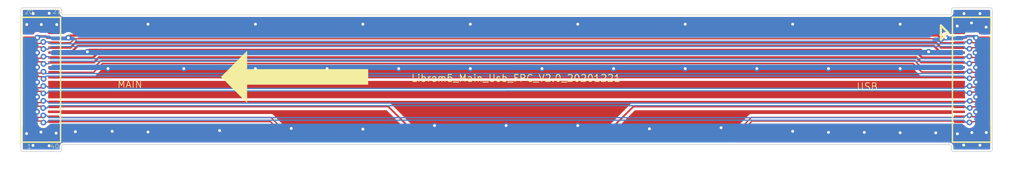
<source format=kicad_pcb>
(kicad_pcb (version 20241229) (generator "pcbnew") (generator_version "9.0")
  (title_block (title "Librem 5 USB-C FPC") (date "2024-03-21") (rev "v2.0") (company "Purism SPC") (comment 1 "GNU GPLv3+") (comment 2 "Copyright"))
  (layers (0 "F.Cu" signal "Top") (4 "In1.Cu" signal "ÄÚ²ã 2") (6 "In2.Cu" signal "[unused]") (2 "B.Cu" signal "Bottom") (13 "F.Paste" user "Paste Mask Top") (15 "B.Paste" user "Paste Mask Bottom") (5 "F.SilkS" user "Silkscreen Top") (7 "B.SilkS" user "Silkscreen Bottom") (1 "F.Mask" user "Solder Mask Top") (3 "B.Mask" user "Solder Mask Bottom") (25 "Edge.Cuts" user))
  (property "CHECKED DATE" "")
  (property "CHECKEDBY" "")
  (property "CODE" "")
  (property "DOCUMENTNUMBER" "")
  (property "DRAWN DATE" "")
  (property "DRAWNBY" "")
  (property "ORGANIZATION" "")
  (property "QC BY" "")
  (property "QC DATE" "")
  (property "RELEASE DATE" "")
  (property "RELEASED BY" "")
  (property "SCALE" "")
  (net 0 "")
  (net 1 "VSYS_3V4_4V3")
  (net 2 "VBUS_TYPEC")
  (net 3 "USB1_DP_CN")
  (net 4 "USB1_DN_CN")
  (net 5 "USB_PD_LDO3V3")
  (net 6 "SSTXP2")
  (net 7 "SSTXP1")
  (net 8 "SSTXN2")
  (net 9 "SSTXN1")
  (net 10 "SSRXP2")
  (net 11 "SSRXP1")
  (net 12 "SSRXN2")
  (net 13 "SSRXN1")
  (net 14 "SPKR_C")
  (net 15 "SPKL_C")
  (net 16 "SBU2-F")
  (net 17 "SBU1-F")
  (net 18 "MIC2_DAT_F")
  (net 19 "MIC2_CLK_F")
  (net 20 "MIC1V8_F")
  (net 21 "GND")
  (net 22 "CC2-F")
  (net 23 "CC1-F")
  (net 24 "4G_RFSW_EN")
  (net 25 "4G_MIPI_SDA")
  (net 26 "4G_MIPI_SCL")
  (footprint "145857040201829-M" (layer "F.Cu") (at 180.625095 101.6786 -90)
    (property "Reference" "USB" (at 4.10543 7.32781 0) (layer "F.SilkS") (effects (font (size 0.5 0.5) (thickness 0.05)) (justify left bottom)))
    (property "Value" "145857040201829-M" (hide yes))
    (fp_line (start -1.1 0.5) (end -1.1 -2.25) (stroke (width 0.1)) (layer "F.SilkS"))
    (fp_line (start 7.75 0.5) (end -1.1 0.5) (stroke (width 0.1)) (layer "F.SilkS"))
    (fp_line (start 7.75 0.5) (end 7.75 -2.25) (stroke (width 0.1)) (layer "F.SilkS"))
    (fp_line (start 7.75 -2.25) (end -1.1 -2.25) (stroke (width 0.1)) (layer "F.SilkS"))
    (pad "1" smd rect (at 6.65 0) (size 0.76 0.18) (layers "F.Cu" "F.Mask" "F.Paste") (net 21 "GND"))
    (pad "2" smd rect (at 6.3 0) (size 0.76 0.18) (layers "F.Cu" "F.Mask" "F.Paste") (net 18 "MIC2_DAT_F"))
    (pad "3" smd rect (at 5.95 0) (size 0.76 0.18) (layers "F.Cu" "F.Mask" "F.Paste") (net 19 "MIC2_CLK_F"))
    (pad "4" smd rect (at 5.6 0) (size 0.76 0.18) (layers "F.Cu" "F.Mask" "F.Paste") (net 21 "GND"))
    (pad "5" smd rect (at 5.25 0) (size 0.76 0.18) (layers "F.Cu" "F.Mask" "F.Paste") (net 20 "MIC1V8_F"))
    (pad "6" smd rect (at 4.9 0) (size 0.76 0.18) (layers "F.Cu" "F.Mask" "F.Paste") (net 21 "GND"))
    (pad "7" smd rect (at 4.55 0) (size 0.76 0.18) (layers "F.Cu" "F.Mask" "F.Paste") (net 14 "SPKR_C"))
    (pad "8" smd rect (at 4.2 0) (size 0.76 0.18) (layers "F.Cu" "F.Mask" "F.Paste") (net 14 "SPKR_C"))
    (pad "9" smd rect (at 3.85 0) (size 0.76 0.18) (layers "F.Cu" "F.Mask" "F.Paste") (net 15 "SPKL_C"))
    (pad "10" smd rect (at 3.5 0) (size 0.76 0.18) (layers "F.Cu" "F.Mask" "F.Paste") (net 15 "SPKL_C"))
    (pad "11" smd rect (at 3.15 0) (size 0.76 0.18) (layers "F.Cu" "F.Mask" "F.Paste") (net 21 "GND"))
    (pad "12" smd rect (at 2.8 0) (size 0.76 0.18) (layers "F.Cu" "F.Mask" "F.Paste") (net 16 "SBU2-F"))
    (pad "13" smd rect (at 2.45 0) (size 0.76 0.18) (layers "F.Cu" "F.Mask" "F.Paste") (net 17 "SBU1-F"))
    (pad "14" smd rect (at 2.1 0) (size 0.76 0.18) (layers "F.Cu" "F.Mask" "F.Paste") (net 22 "CC2-F"))
    (pad "15" smd rect (at 1.75 0) (size 0.76 0.18) (layers "F.Cu" "F.Mask" "F.Paste") (net 23 "CC1-F"))
    (pad "16" smd rect (at 1.4 0) (size 0.76 0.18) (layers "F.Cu" "F.Mask" "F.Paste") (net 5 "USB_PD_LDO3V3"))
    (pad "17" smd rect (at 1.05 0) (size 0.76 0.18) (layers "F.Cu" "F.Mask" "F.Paste") (net 1 "VSYS_3V4_4V3"))
    (pad "18" smd rect (at 0.7 0) (size 0.76 0.18) (layers "F.Cu" "F.Mask" "F.Paste") (net 24 "4G_RFSW_EN"))
    (pad "19" smd rect (at 0.35 0) (size 0.76 0.18) (layers "F.Cu" "F.Mask" "F.Paste") (net 21 "GND"))
    (pad "20" smd rect (at 0 0) (size 0.76 0.18) (layers "F.Cu" "F.Mask" "F.Paste") (net 2 "VBUS_TYPEC"))
    (pad "21" smd rect (at 0 -1.76) (size 0.76 0.18) (layers "F.Cu" "F.Mask" "F.Paste") (net 2 "VBUS_TYPEC"))
    (pad "22" smd rect (at 0.35 -1.76) (size 0.76 0.18) (layers "F.Cu" "F.Mask" "F.Paste") (net 21 "GND"))
    (pad "23" smd rect (at 0.7 -1.76) (size 0.76 0.18) (layers "F.Cu" "F.Mask" "F.Paste") (net 3 "USB1_DP_CN"))
    (pad "24" smd rect (at 1.05 -1.76) (size 0.76 0.18) (layers "F.Cu" "F.Mask" "F.Paste") (net 4 "USB1_DN_CN"))
    (pad "25" smd rect (at 1.4 -1.76) (size 0.76 0.18) (layers "F.Cu" "F.Mask" "F.Paste") (net 21 "GND"))
    (pad "26" smd rect (at 1.75 -1.76) (size 0.76 0.18) (layers "F.Cu" "F.Mask" "F.Paste") (net 25 "4G_MIPI_SDA"))
    (pad "27" smd rect (at 2.1 -1.76) (size 0.76 0.18) (layers "F.Cu" "F.Mask" "F.Paste") (net 26 "4G_MIPI_SCL"))
    (pad "28" smd rect (at 2.45 -1.76) (size 0.76 0.18) (layers "F.Cu" "F.Mask" "F.Paste") (net 21 "GND"))
    (pad "29" smd rect (at 2.8 -1.76) (size 0.76 0.18) (layers "F.Cu" "F.Mask" "F.Paste") (net 11 "SSRXP1"))
    (pad "30" smd rect (at 3.15 -1.76) (size 0.76 0.18) (layers "F.Cu" "F.Mask" "F.Paste") (net 13 "SSRXN1"))
    (pad "31" smd rect (at 3.5 -1.76) (size 0.76 0.18) (layers "F.Cu" "F.Mask" "F.Paste") (net 21 "GND"))
    (pad "32" smd rect (at 3.85 -1.76) (size 0.76 0.18) (layers "F.Cu" "F.Mask" "F.Paste") (net 7 "SSTXP1"))
    (pad "33" smd rect (at 4.2 -1.76) (size 0.76 0.18) (layers "F.Cu" "F.Mask" "F.Paste") (net 9 "SSTXN1"))
    (pad "34" smd rect (at 4.55 -1.76) (size 0.76 0.18) (layers "F.Cu" "F.Mask" "F.Paste") (net 21 "GND"))
    (pad "35" smd rect (at 4.9 -1.76) (size 0.76 0.18) (layers "F.Cu" "F.Mask" "F.Paste") (net 6 "SSTXP2"))
    (pad "36" smd rect (at 5.25 -1.76) (size 0.76 0.18) (layers "F.Cu" "F.Mask" "F.Paste") (net 8 "SSTXN2"))
    (pad "37" smd rect (at 5.6 -1.76) (size 0.76 0.18) (layers "F.Cu" "F.Mask" "F.Paste") (net 21 "GND"))
    (pad "38" smd rect (at 5.95 -1.76) (size 0.76 0.18) (layers "F.Cu" "F.Mask" "F.Paste") (net 10 "SSRXP2"))
    (pad "39" smd rect (at 6.3 -1.76) (size 0.76 0.18) (layers "F.Cu" "F.Mask" "F.Paste") (net 12 "SSRXN2"))
    (pad "40" smd rect (at 6.65 -1.76) (size 0.76 0.18) (layers "F.Cu" "F.Mask" "F.Paste") (net 21 "GND"))
    (pad "M1" smd rect (at 7.35 -1.45 270) (size 0.62 0.36) (layers "F.Cu" "F.Mask" "F.Paste") (net 21 "GND"))
    (pad "M2" smd rect (at 7.35 -0.31 270) (size 0.62 0.36) (layers "F.Cu" "F.Mask" "F.Paste") (net 21 "GND"))
    (pad "M3" smd rect (at -0.7 -1.45 270) (size 0.62 0.36) (layers "F.Cu" "F.Mask" "F.Paste") (net 2 "VBUS_TYPEC"))
    (pad "M4" smd rect (at -0.7 -0.31 270) (size 0.62 0.36) (layers "F.Cu" "F.Mask" "F.Paste") (net 2 "VBUS_TYPEC"))
  )
  (footprint "145857040201829-M" (layer "F.Cu") (at 114.625095 101.6786 -90)
    (property "Reference" "MAIN" (at 3.94381 -6.24938 0) (layer "F.SilkS") (effects (font (size 0.5 0.5) (thickness 0.05)) (justify left bottom)))
    (property "Value" "145857040201829-M" (hide yes))
    (fp_line (start -1.1 0.5) (end -1.1 -2.25) (stroke (width 0.1)) (layer "F.SilkS"))
    (fp_line (start 7.75 0.5) (end -1.1 0.5) (stroke (width 0.1)) (layer "F.SilkS"))
    (fp_line (start 7.75 0.5) (end 7.75 -2.25) (stroke (width 0.1)) (layer "F.SilkS"))
    (fp_line (start 7.75 -2.25) (end -1.1 -2.25) (stroke (width 0.1)) (layer "F.SilkS"))
    (pad "1" smd rect (at 6.65 0) (size 0.76 0.18) (layers "F.Cu" "F.Mask" "F.Paste") (net 21 "GND"))
    (pad "2" smd rect (at 6.3 0) (size 0.76 0.18) (layers "F.Cu" "F.Mask" "F.Paste") (net 12 "SSRXN2"))
    (pad "3" smd rect (at 5.95 0) (size 0.76 0.18) (layers "F.Cu" "F.Mask" "F.Paste") (net 10 "SSRXP2"))
    (pad "4" smd rect (at 5.6 0) (size 0.76 0.18) (layers "F.Cu" "F.Mask" "F.Paste") (net 21 "GND"))
    (pad "5" smd rect (at 5.25 0) (size 0.76 0.18) (layers "F.Cu" "F.Mask" "F.Paste") (net 8 "SSTXN2"))
    (pad "6" smd rect (at 4.9 0) (size 0.76 0.18) (layers "F.Cu" "F.Mask" "F.Paste") (net 6 "SSTXP2"))
    (pad "7" smd rect (at 4.55 0) (size 0.76 0.18) (layers "F.Cu" "F.Mask" "F.Paste") (net 21 "GND"))
    (pad "8" smd rect (at 4.2 0) (size 0.76 0.18) (layers "F.Cu" "F.Mask" "F.Paste") (net 9 "SSTXN1"))
    (pad "9" smd rect (at 3.85 0) (size 0.76 0.18) (layers "F.Cu" "F.Mask" "F.Paste") (net 7 "SSTXP1"))
    (pad "10" smd rect (at 3.5 0) (size 0.76 0.18) (layers "F.Cu" "F.Mask" "F.Paste") (net 21 "GND"))
    (pad "11" smd rect (at 3.15 0) (size 0.76 0.18) (layers "F.Cu" "F.Mask" "F.Paste") (net 13 "SSRXN1"))
    (pad "12" smd rect (at 2.8 0) (size 0.76 0.18) (layers "F.Cu" "F.Mask" "F.Paste") (net 11 "SSRXP1"))
    (pad "13" smd rect (at 2.45 0) (size 0.76 0.18) (layers "F.Cu" "F.Mask" "F.Paste") (net 21 "GND"))
    (pad "14" smd rect (at 2.1 0) (size 0.76 0.18) (layers "F.Cu" "F.Mask" "F.Paste") (net 26 "4G_MIPI_SCL"))
    (pad "15" smd rect (at 1.75 0) (size 0.76 0.18) (layers "F.Cu" "F.Mask" "F.Paste") (net 25 "4G_MIPI_SDA"))
    (pad "16" smd rect (at 1.4 0) (size 0.76 0.18) (layers "F.Cu" "F.Mask" "F.Paste") (net 21 "GND"))
    (pad "17" smd rect (at 1.05 0) (size 0.76 0.18) (layers "F.Cu" "F.Mask" "F.Paste") (net 4 "USB1_DN_CN"))
    (pad "18" smd rect (at 0.7 0) (size 0.76 0.18) (layers "F.Cu" "F.Mask" "F.Paste") (net 3 "USB1_DP_CN"))
    (pad "19" smd rect (at 0.35 0) (size 0.76 0.18) (layers "F.Cu" "F.Mask" "F.Paste") (net 21 "GND"))
    (pad "20" smd rect (at 0 0) (size 0.76 0.18) (layers "F.Cu" "F.Mask" "F.Paste") (net 2 "VBUS_TYPEC"))
    (pad "21" smd rect (at 0 -1.76) (size 0.76 0.18) (layers "F.Cu" "F.Mask" "F.Paste") (net 2 "VBUS_TYPEC"))
    (pad "22" smd rect (at 0.35 -1.76) (size 0.76 0.18) (layers "F.Cu" "F.Mask" "F.Paste") (net 21 "GND"))
    (pad "23" smd rect (at 0.7 -1.76) (size 0.76 0.18) (layers "F.Cu" "F.Mask" "F.Paste") (net 24 "4G_RFSW_EN"))
    (pad "24" smd rect (at 1.05 -1.76) (size 0.76 0.18) (layers "F.Cu" "F.Mask" "F.Paste") (net 1 "VSYS_3V4_4V3"))
    (pad "25" smd rect (at 1.4 -1.76) (size 0.76 0.18) (layers "F.Cu" "F.Mask" "F.Paste") (net 5 "USB_PD_LDO3V3"))
    (pad "26" smd rect (at 1.75 -1.76) (size 0.76 0.18) (layers "F.Cu" "F.Mask" "F.Paste") (net 23 "CC1-F"))
    (pad "27" smd rect (at 2.1 -1.76) (size 0.76 0.18) (layers "F.Cu" "F.Mask" "F.Paste") (net 22 "CC2-F"))
    (pad "28" smd rect (at 2.45 -1.76) (size 0.76 0.18) (layers "F.Cu" "F.Mask" "F.Paste") (net 17 "SBU1-F"))
    (pad "29" smd rect (at 2.8 -1.76) (size 0.76 0.18) (layers "F.Cu" "F.Mask" "F.Paste") (net 16 "SBU2-F"))
    (pad "30" smd rect (at 3.15 -1.76) (size 0.76 0.18) (layers "F.Cu" "F.Mask" "F.Paste") (net 21 "GND"))
    (pad "31" smd rect (at 3.5 -1.76) (size 0.76 0.18) (layers "F.Cu" "F.Mask" "F.Paste") (net 15 "SPKL_C"))
    (pad "32" smd rect (at 3.85 -1.76) (size 0.76 0.18) (layers "F.Cu" "F.Mask" "F.Paste") (net 15 "SPKL_C"))
    (pad "33" smd rect (at 4.2 -1.76) (size 0.76 0.18) (layers "F.Cu" "F.Mask" "F.Paste") (net 14 "SPKR_C"))
    (pad "34" smd rect (at 4.55 -1.76) (size 0.76 0.18) (layers "F.Cu" "F.Mask" "F.Paste") (net 14 "SPKR_C"))
    (pad "35" smd rect (at 4.9 -1.76) (size 0.76 0.18) (layers "F.Cu" "F.Mask" "F.Paste") (net 21 "GND"))
    (pad "36" smd rect (at 5.25 -1.76) (size 0.76 0.18) (layers "F.Cu" "F.Mask" "F.Paste") (net 20 "MIC1V8_F"))
    (pad "37" smd rect (at 5.6 -1.76) (size 0.76 0.18) (layers "F.Cu" "F.Mask" "F.Paste") (net 21 "GND"))
    (pad "38" smd rect (at 5.95 -1.76) (size 0.76 0.18) (layers "F.Cu" "F.Mask" "F.Paste") (net 19 "MIC2_CLK_F"))
    (pad "39" smd rect (at 6.3 -1.76) (size 0.76 0.18) (layers "F.Cu" "F.Mask" "F.Paste") (net 18 "MIC2_DAT_F"))
    (pad "40" smd rect (at 6.65 -1.76) (size 0.76 0.18) (layers "F.Cu" "F.Mask" "F.Paste") (net 21 "GND"))
    (pad "M1" smd rect (at 7.35 -1.45 270) (size 0.62 0.36) (layers "F.Cu" "F.Mask" "F.Paste") (net 21 "GND"))
    (pad "M2" smd rect (at 7.35 -0.31 270) (size 0.62 0.36) (layers "F.Cu" "F.Mask" "F.Paste") (net 21 "GND"))
    (pad "M3" smd rect (at -0.7 -1.45 270) (size 0.62 0.36) (layers "F.Cu" "F.Mask" "F.Paste") (net 2 "VBUS_TYPEC"))
    (pad "M4" smd rect (at -0.7 -0.31 270) (size 0.62 0.36) (layers "F.Cu" "F.Mask" "F.Paste") (net 2 "VBUS_TYPEC"))
  )
  (gr_poly (pts (xy 116.004995 105.61767) (xy 181.003345 105.61767) (xy 181.003345 105.08871) (xy 116.004995 105.08871)) (fill yes) (layer "F.Cu") (net 15))
  (gr_poly (pts (xy 116.004565 105.78834) (xy 181.004895 105.78834) (xy 181.004895 106.31854) (xy 116.004565 106.31854)) (fill yes) (layer "F.Cu") (net 14))
  (gr_line (start 179.305095 102.16373) (end 179.306195 102.16373) (stroke (width 0.1524)) (layer "F.SilkS"))
  (gr_line (start 179.306195 102.16373) (end 179.810715 101.65922) (stroke (width 0.1524)) (layer "F.SilkS"))
  (gr_line (start 179.305095 101.1536) (end 179.810715 101.65922) (stroke (width 0.1524)) (layer "F.SilkS"))
  (gr_poly (pts (xy 130.105095 102.9536) (xy 128.255095 104.8036) (xy 130.105095 106.6536) (xy 130.105095 105.3536) (xy 138.690545 105.3536) (xy 138.690545 104.2536) (xy 130.105095 104.2536)) (fill yes) (layer "F.SilkS"))
  (gr_line (start 179.305095 102.16373) (end 179.305095 101.1536) (stroke (width 0.1524)) (layer "F.SilkS"))
  (gr_line (start 182.797095 110.1036) (end 180.197095 110.1036) (stroke (width 0.05)) (layer "Edge.Cuts"))
  (gr_arc (start 116.80509 99.903601) (mid 116.911014 99.94768) (end 116.955094 100.053604) (stroke (width 0.05)) (layer "Edge.Cuts"))
  (gr_arc (start 114.205095 110.1036) (mid 114.099029 110.059666) (end 114.055095 109.9536) (stroke (width 0.05)) (layer "Edge.Cuts"))
  (gr_arc (start 114.055095 100.053598) (mid 114.099116 99.947622) (end 114.205092 99.9036) (stroke (width 0.05)) (layer "Edge.Cuts"))
  (gr_line (start 116.805095 110.1036) (end 114.205095 110.1036) (stroke (width 0.05)) (layer "Edge.Cuts"))
  (gr_line (start 182.947095 109.9536) (end 182.947104 109.953595) (stroke (width 0.05)) (layer "Edge.Cuts"))
  (gr_line (start 179.897095 109.6036) (end 117.105095 109.6036) (stroke (width 0.05)) (layer "Edge.Cuts"))
  (gr_line (start 182.797095 99.9036) (end 182.7971 99.903601) (stroke (width 0.05)) (layer "Edge.Cuts"))
  (gr_arc (start 182.7971 99.903601) (mid 182.903018 99.947684) (end 182.947104 100.053604) (stroke (width 0.05)) (layer "Edge.Cuts"))
  (gr_line (start 114.205095 99.9036) (end 116.805095 99.9036) (stroke (width 0.05)) (layer "Edge.Cuts"))
  (gr_line (start 116.955094 100.053604) (end 116.955095 100.0536) (stroke (width 0.05)) (layer "Edge.Cuts"))
  (gr_line (start 180.197092 99.9036) (end 180.197095 99.9036) (stroke (width 0.05)) (layer "Edge.Cuts"))
  (gr_line (start 179.897098 109.6036) (end 179.897095 109.6036) (stroke (width 0.05)) (layer "Edge.Cuts"))
  (gr_line (start 114.205092 99.9036) (end 114.205095 99.9036) (stroke (width 0.05)) (layer "Edge.Cuts"))
  (gr_line (start 180.197095 99.9036) (end 182.797095 99.9036) (stroke (width 0.05)) (layer "Edge.Cuts"))
  (gr_arc (start 116.955094 109.953595) (mid 116.911015 110.059519) (end 116.805091 110.103599) (stroke (width 0.05)) (layer "Edge.Cuts"))
  (gr_arc (start 182.947104 109.953595) (mid 182.903025 110.059523) (end 182.797101 110.103599) (stroke (width 0.05)) (layer "Edge.Cuts"))
  (gr_line (start 182.797101 110.103599) (end 182.797095 110.1036) (stroke (width 0.05)) (layer "Edge.Cuts"))
  (gr_arc (start 180.047095 100.053598) (mid 180.091116 99.947622) (end 180.197092 99.9036) (stroke (width 0.05)) (layer "Edge.Cuts"))
  (gr_line (start 116.955095 100.0536) (end 116.955095 100.2536) (stroke (width 0.05)) (layer "Edge.Cuts"))
  (gr_line (start 114.055095 109.9536) (end 114.055095 100.0536) (stroke (width 0.05)) (layer "Edge.Cuts"))
  (gr_line (start 116.805095 99.9036) (end 116.80509 99.903601) (stroke (width 0.05)) (layer "Edge.Cuts"))
  (gr_line (start 117.105095 100.4036) (end 179.897097 100.4036) (stroke (width 0.05)) (layer "Edge.Cuts"))
  (gr_line (start 180.047095 100.253603) (end 180.047095 100.2536) (stroke (width 0.05)) (layer "Edge.Cuts"))
  (gr_line (start 182.947104 100.053604) (end 182.947095 100.0536) (stroke (width 0.05)) (layer "Edge.Cuts"))
  (gr_arc (start 116.955095 109.7536) (mid 116.999029 109.647534) (end 117.105095 109.6036) (stroke (width 0.05)) (layer "Edge.Cuts"))
  (gr_arc (start 179.897098 109.6036) (mid 180.003074 109.647622) (end 180.047095 109.753598) (stroke (width 0.05)) (layer "Edge.Cuts"))
  (gr_arc (start 180.197095 110.1036) (mid 180.091029 110.059666) (end 180.047095 109.9536) (stroke (width 0.05)) (layer "Edge.Cuts"))
  (gr_line (start 116.805091 110.103599) (end 116.805095 110.1036) (stroke (width 0.05)) (layer "Edge.Cuts"))
  (gr_line (start 116.955095 109.7536) (end 116.955094 109.953595) (stroke (width 0.05)) (layer "Edge.Cuts"))
  (gr_line (start 182.947095 100.0536) (end 182.947095 109.9536) (stroke (width 0.05)) (layer "Edge.Cuts"))
  (gr_line (start 180.047095 109.9536) (end 180.047095 109.753598) (stroke (width 0.05)) (layer "Edge.Cuts"))
  (gr_line (start 180.047095 100.2536) (end 180.047095 100.053598) (stroke (width 0.05)) (layer "Edge.Cuts"))
  (gr_arc (start 117.105095 100.4036) (mid 116.999029 100.359666) (end 116.955095 100.2536) (stroke (width 0.05)) (layer "Edge.Cuts"))
  (gr_arc (start 180.047095 100.253603) (mid 180.003073 100.359579) (end 179.897097 100.4036) (stroke (width 0.05)) (layer "Edge.Cuts"))
  (gr_line (start 114.055095 100.0536) (end 114.055095 100.053598) (stroke (width 0.05)) (layer "Edge.Cuts"))
  (gr_text "20" (at 114.319445 100.3759 0) (layer "F.SilkS") (effects (font (size 0.3175 0.3175) (thickness 0.0254)) (justify left bottom)))
  (gr_text "21" (at 116.300915 100.34628 0) (layer "F.SilkS") (effects (font (size 0.3175 0.3175) (thickness 0.0254)) (justify left bottom)))
  (gr_text "Librem5_Main_Usb_FPC_V2.0_20201221" (at 141.717145 105.19072 0) (layer "F.SilkS") (effects (font (size 0.5 0.5) (thickness 0.05994)) (justify left bottom)))
  (gr_text "40" (at 116.140875 109.91139 0) (layer "F.SilkS") (effects (font (size 0.3175 0.3175) (thickness 0.0254)) (justify left bottom)))
  (gr_text "1" (at 114.484265 109.92074 0) (layer "F.SilkS") (effects (font (size 0.3175 0.3175) (thickness 0.0254)) (justify left bottom)))
  (segment (start 179.315365 102.7286) (end 180.625095 102.7286) (width 0.1524) (layer "F.Cu") (net 1))
  (segment (start 117.977415 102.32883) (end 178.915605 102.32883) (width 0.1524) (layer "F.Cu") (net 1))
  (segment (start 178.915605 102.32883) (end 179.315365 102.7286) (width 0.1524) (layer "F.Cu") (net 1))
  (segment (start 117.577645 102.7286) (end 117.977415 102.32883) (width 0.1524) (layer "F.Cu") (net 1))
  (segment (start 116.385095 102.7286) (end 117.577645 102.7286) (width 0.1524) (layer "F.Cu") (net 1))
  (segment (start 114.935095 100.9786) (end 114.935095 100.85283) (width 0.2032) (layer "F.Cu") (net 2))
  (segment (start 116.075095 100.98663) (end 116.075095 100.9786) (width 0.2032) (layer "F.Cu") (net 2))
  (segment (start 114.625095 101.6786) (end 114.904165 101.6786) (width 0.2032) (layer "F.Cu") (net 2))
  (via (at 180.946205 100.31456) (size 0.4064) (drill 0.2032) (layers "F.Cu" "B.Cu") (net 2))
  (via (at 115.509745 101.08964) (size 0.4064) (drill 0.2032) (layers "F.Cu" "B.Cu") (net 2))
  (via (at 114.933805 100.31149) (size 0.4064) (drill 0.2032) (layers "F.Cu" "B.Cu") (net 2))
  (via (at 176.415095 101.0666) (size 0.4064) (drill 0.2032) (layers "F.Cu" "B.Cu") (net 2))
  (via (at 161.175095 101.0666) (size 0.4064) (drill 0.2032) (layers "F.Cu" "B.Cu") (net 2))
  (via (at 181.477075 100.97621) (size 0.4064) (drill 0.2032) (layers "F.Cu" "B.Cu") (net 2))
  (via (at 145.935095 101.0666) (size 0.4064) (drill 0.2032) (layers "F.Cu" "B.Cu") (net 2))
  (via (at 180.464215 101.19658) (size 0.4064) (drill 0.2032) (layers "F.Cu" "B.Cu") (net 2))
  (via (at 116.604995 101.09355) (size 0.4064) (drill 0.2032) (layers "F.Cu" "B.Cu") (net 2))
  (via (at 138.315095 101.0666) (size 0.4064) (drill 0.2032) (layers "F.Cu" "B.Cu") (net 2))
  (via (at 116.070685 100.29171) (size 0.4064) (drill 0.2032) (layers "F.Cu" "B.Cu") (net 2))
  (via (at 182.075795 100.31456) (size 0.4064) (drill 0.2032) (layers "F.Cu" "B.Cu") (net 2))
  (via (at 168.795095 101.0666) (size 0.4064) (drill 0.2032) (layers "F.Cu" "B.Cu") (net 2))
  (via (at 182.511115 101.2771) (size 0.4064) (drill 0.2032) (layers "F.Cu" "B.Cu") (net 2))
  (via (at 130.695095 101.0666) (size 0.4064) (drill 0.2032) (layers "F.Cu" "B.Cu") (net 2))
  (via (at 153.555095 101.0666) (size 0.4064) (drill 0.2032) (layers "F.Cu" "B.Cu") (net 2))
  (via (at 123.075095 101.0666) (size 0.4064) (drill 0.2032) (layers "F.Cu" "B.Cu") (net 2))
  (via (at 114.479005 101.08964) (size 0.4064) (drill 0.2032) (layers "F.Cu" "B.Cu") (net 2))
  (segment (start 114.974385 102.43086) (end 115.544025 102.43086) (width 0.0889) (layer "F.Cu") (net 3))
  (segment (start 114.922125 102.3786) (end 114.974385 102.43086) (width 0.0889) (layer "F.Cu") (net 3))
  (segment (start 181.579315 102.3786) (end 182.385095 102.3786) (width 0.0889) (layer "F.Cu") (net 3))
  (segment (start 114.625095 102.3786) (end 114.922125 102.3786) (width 0.0889) (layer "F.Cu") (net 3))
  (segment (start 181.331665 102.2996) (end 181.579315 102.3786) (width 0.0889) (layer "F.Cu") (net 3))
  (segment (start 115.544025 102.43086) (end 115.651605 102.32328) (width 0.0889) (layer "F.Cu") (net 3))
  (via (at 181.331665 102.2996) (size 0.4064) (drill 0.2032) (layers "F.Cu" "B.Cu") (net 3))
  (via (at 115.651605 102.32328) (size 0.4064) (drill 0.2032) (layers "F.Cu" "B.Cu") (net 3))
  (segment (start 116.165855 102.45835) (end 180.925265 102.45835) (width 0.0889) (layer "B.Cu") (net 3))
  (segment (start 181.084015 102.2996) (end 181.331665 102.2996) (width 0.0889) (layer "B.Cu") (net 3))
  (segment (start 115.651605 102.32328) (end 116.030785 102.32328) (width 0.0889) (layer "B.Cu") (net 3))
  (segment (start 180.925265 102.45835) (end 181.084015 102.2996) (width 0.0889) (layer "B.Cu") (net 3))
  (segment (start 116.030785 102.32328) (end 116.165855 102.45835) (width 0.0889) (layer "B.Cu") (net 3))
  (segment (start 181.579315 102.7286) (end 182.385095 102.7286) (width 0.0889) (layer "F.Cu") (net 4))
  (segment (start 115.512315 102.68362) (end 115.659625 102.83093) (width 0.0889) (layer "F.Cu") (net 4))
  (segment (start 114.625095 102.7286) (end 114.670075 102.68362) (width 0.0889) (layer "F.Cu") (net 4))
  (segment (start 114.670075 102.68362) (end 115.512315 102.68362) (width 0.0889) (layer "F.Cu") (net 4))
  (segment (start 181.331665 102.8076) (end 181.579315 102.7286) (width 0.0889) (layer "F.Cu") (net 4))
  (via (at 181.331665 102.8076) (size 0.4064) (drill 0.2032) (layers "F.Cu" "B.Cu") (net 4))
  (via (at 115.659625 102.83093) (size 0.4064) (drill 0.2032) (layers "F.Cu" "B.Cu") (net 4))
  (segment (start 116.193365 102.64885) (end 180.925265 102.64885) (width 0.0889) (layer "B.Cu") (net 4))
  (segment (start 116.011285 102.83093) (end 116.193365 102.64885) (width 0.0889) (layer "B.Cu") (net 4))
  (segment (start 181.084015 102.8076) (end 181.331665 102.8076) (width 0.0889) (layer "B.Cu") (net 4))
  (segment (start 180.925265 102.64885) (end 181.084015 102.8076) (width 0.0889) (layer "B.Cu") (net 4))
  (segment (start 115.659625 102.83093) (end 116.011285 102.83093) (width 0.0889) (layer "B.Cu") (net 4))
  (segment (start 118.084265 102.61253) (end 178.821805 102.61253) (width 0.1524) (layer "F.Cu") (net 5))
  (segment (start 116.385095 103.0786) (end 117.618195 103.0786) (width 0.1524) (layer "F.Cu") (net 5))
  (segment (start 179.287875 103.0786) (end 180.625095 103.0786) (width 0.1524) (layer "F.Cu") (net 5))
  (segment (start 117.618195 103.0786) (end 118.084265 102.61253) (width 0.1524) (layer "F.Cu") (net 5))
  (segment (start 178.821805 102.61253) (end 179.287875 103.0786) (width 0.1524) (layer "F.Cu") (net 5))
  (segment (start 181.355525 106.50595) (end 181.603175 106.5786) (width 0.0889) (layer "F.Cu") (net 6))
  (segment (start 114.625095 106.5786) (end 114.670215 106.62372) (width 0.0889) (layer "F.Cu") (net 6))
  (segment (start 181.603175 106.5786) (end 182.385095 106.5786) (width 0.0889) (layer "F.Cu") (net 6))
  (segment (start 115.533765 106.62372) (end 115.652915 106.50457) (width 0.0889) (layer "F.Cu") (net 6))
  (segment (start 114.670215 106.62372) (end 115.533765 106.62372) (width 0.0889) (layer "F.Cu") (net 6))
  (via (at 115.652915 106.50457) (size 0.4064) (drill 0.2032) (layers "F.Cu" "B.Cu") (net 6))
  (via (at 181.355525 106.50595) (size 0.4064) (drill 0.2032) (layers "F.Cu" "B.Cu") (net 6))
  (segment (start 116.055165 106.6647) (end 180.949125 106.6647) (width 0.0889) (layer "B.Cu") (net 6))
  (segment (start 180.949125 106.6647) (end 181.107875 106.50595) (width 0.0889) (layer "B.Cu") (net 6))
  (segment (start 115.652915 106.50457) (end 115.900565 106.5101) (width 0.0889) (layer "B.Cu") (net 6))
  (segment (start 181.107875 106.50595) (end 181.355525 106.50595) (width 0.0889) (layer "B.Cu") (net 6))
  (segment (start 115.900565 106.5101) (end 116.055165 106.6647) (width 0.0889) (layer "B.Cu") (net 6))
  (segment (start 181.586085 105.5286) (end 182.385095 105.5286) (width 0.0889) (layer "F.Cu") (net 7))
  (segment (start 115.531125 105.57664) (end 115.651735 105.45604) (width 0.0889) (layer "F.Cu") (net 7))
  (segment (start 114.925095 105.5286) (end 114.973125 105.57664) (width 0.0889) (layer "F.Cu") (net 7))
  (segment (start 114.973125 105.57664) (end 115.531125 105.57664) (width 0.0889) (layer "F.Cu") (net 7))
  (segment (start 181.338435 105.45595) (end 181.586085 105.5286) (width 0.0889) (layer "F.Cu") (net 7))
  (segment (start 114.625095 105.5286) (end 114.925095 105.5286) (width 0.0889) (layer "F.Cu") (net 7))
  (via (at 181.338435 105.45595) (size 0.4064) (drill 0.2032) (layers "F.Cu" "B.Cu") (net 7))
  (via (at 115.651735 105.45604) (size 0.4064) (drill 0.2032) (layers "F.Cu" "B.Cu") (net 7))
  (segment (start 115.899385 105.45604) (end 116.064915 105.62157) (width 0.0889) (layer "B.Cu") (net 7))
  (segment (start 116.064915 105.62157) (end 148.522715 105.62157) (width 0.0889) (layer "B.Cu") (net 7))
  (segment (start 115.651735 105.45604) (end 115.899385 105.45604) (width 0.0889) (layer "B.Cu") (net 7))
  (segment (start 181.090785 105.45595) (end 181.338435 105.45595) (width 0.0889) (layer "B.Cu") (net 7))
  (segment (start 148.529585 105.6147) (end 180.932025 105.6147) (width 0.0889) (layer "B.Cu") (net 7))
  (segment (start 148.522715 105.62157) (end 148.529585 105.6147) (width 0.0889) (layer "B.Cu") (net 7))
  (segment (start 180.932025 105.6147) (end 181.090785 105.45595) (width 0.0889) (layer "B.Cu") (net 7))
  (segment (start 114.670645 106.88305) (end 115.522855 106.88305) (width 0.0889) (layer "F.Cu") (net 8))
  (segment (start 114.625095 106.9286) (end 114.670645 106.88305) (width 0.0889) (layer "F.Cu") (net 8))
  (segment (start 181.603175 106.9286) (end 182.385095 106.9286) (width 0.0889) (layer "F.Cu") (net 8))
  (segment (start 115.641605 107.01042) (end 115.641605 107.00181) (width 0.0889) (layer "F.Cu") (net 8))
  (segment (start 115.522855 106.88305) (end 115.641605 107.00181) (width 0.0889) (layer "F.Cu") (net 8))
  (segment (start 181.355525 107.00125) (end 181.603175 106.9286) (width 0.0889) (layer "F.Cu") (net 8))
  (via (at 181.355525 107.00125) (size 0.4064) (drill 0.2032) (layers "F.Cu" "B.Cu") (net 8))
  (via (at 115.641605 107.01042) (size 0.4064) (drill 0.2032) (layers "F.Cu" "B.Cu") (net 8))
  (segment (start 181.107875 107.00125) (end 181.355525 107.00125) (width 0.0889) (layer "B.Cu") (net 8))
  (segment (start 116.070055 106.8425) (end 180.949125 106.8425) (width 0.0889) (layer "B.Cu") (net 8))
  (segment (start 115.889255 107.01596) (end 116.056975 106.85557) (width 0.0889) (layer "B.Cu") (net 8))
  (segment (start 115.641605 107.01042) (end 115.889255 107.01596) (width 0.0889) (layer "B.Cu") (net 8))
  (segment (start 116.056975 106.85557) (end 116.070055 106.8425) (width 0.0889) (layer "B.Cu") (net 8))
  (segment (start 180.949125 106.8425) (end 181.107875 107.00125) (width 0.0889) (layer "B.Cu") (net 8))
  (segment (start 181.586085 105.8786) (end 182.385095 105.8786) (width 0.0889) (layer "F.Cu") (net 9))
  (segment (start 114.625095 105.8786) (end 114.672035 105.83166) (width 0.0889) (layer "F.Cu") (net 9))
  (segment (start 181.338435 105.95125) (end 181.586085 105.8786) (width 0.0889) (layer "F.Cu") (net 9))
  (segment (start 114.672035 105.83166) (end 115.518025 105.83166) (width 0.0889) (layer "F.Cu") (net 9))
  (segment (start 115.518025 105.83166) (end 115.653155 105.96679) (width 0.0889) (layer "F.Cu") (net 9))
  (via (at 181.338435 105.95125) (size 0.4064) (drill 0.2032) (layers "F.Cu" "B.Cu") (net 9))
  (via (at 115.653155 105.96679) (size 0.4064) (drill 0.2032) (layers "F.Cu" "B.Cu") (net 9))
  (segment (start 115.900805 105.96679) (end 116.068235 105.79936) (width 0.0889) (layer "B.Cu") (net 9))
  (segment (start 181.090785 105.95125) (end 181.338435 105.95125) (width 0.0889) (layer "B.Cu") (net 9))
  (segment (start 148.603235 105.7925) (end 180.932025 105.7925) (width 0.0889) (layer "B.Cu") (net 9))
  (segment (start 115.653155 105.96679) (end 115.900805 105.96679) (width 0.0889) (layer "B.Cu") (net 9))
  (segment (start 180.932025 105.7925) (end 181.090785 105.95125) (width 0.0889) (layer "B.Cu") (net 9))
  (segment (start 116.068235 105.79936) (end 148.596365 105.79936) (width 0.0889) (layer "B.Cu") (net 9))
  (segment (start 148.596365 105.79936) (end 148.603235 105.7925) (width 0.0889) (layer "B.Cu") (net 9))
  (segment (start 114.668625 107.67213) (end 115.514865 107.67213) (width 0.0889) (layer "F.Cu") (net 10))
  (segment (start 114.625095 107.6286) (end 114.668625 107.67213) (width 0.0889) (layer "F.Cu") (net 10))
  (segment (start 181.577055 107.6286) (end 182.385095 107.6286) (width 0.0889) (layer "F.Cu") (net 10))
  (segment (start 115.514865 107.67213) (end 115.647685 107.53931) (width 0.0889) (layer "F.Cu") (net 10))
  (segment (start 181.329405 107.53531) (end 181.577055 107.6286) (width 0.0889) (layer "F.Cu") (net 10))
  (via (at 181.329405 107.53531) (size 0.4064) (drill 0.2032) (layers "F.Cu" "B.Cu") (net 10))
  (via (at 115.647685 107.53931) (size 0.4064) (drill 0.2032) (layers "F.Cu" "B.Cu") (net 10))
  (segment (start 115.647685 107.53931) (end 115.895335 107.53931) (width 0.0889) (layer "B.Cu") (net 10))
  (segment (start 148.358325 107.69406) (end 180.922995 107.69406) (width 0.0889) (layer "B.Cu") (net 10))
  (segment (start 180.922995 107.69406) (end 181.081755 107.53531) (width 0.0889) (layer "B.Cu") (net 10))
  (segment (start 148.356945 107.69544) (end 148.358325 107.69406) (width 0.0889) (layer "B.Cu") (net 10))
  (segment (start 115.895335 107.53931) (end 116.051465 107.69544) (width 0.0889) (layer "B.Cu") (net 10))
  (segment (start 116.051465 107.69544) (end 148.356945 107.69544) (width 0.0889) (layer "B.Cu") (net 10))
  (segment (start 181.081755 107.53531) (end 181.329405 107.53531) (width 0.0889) (layer "B.Cu") (net 10))
  (segment (start 114.935025 104.4786) (end 114.985795 104.52937) (width 0.0889) (layer "F.Cu") (net 11))
  (segment (start 114.625095 104.4786) (end 114.935025 104.4786) (width 0.0889) (layer "F.Cu") (net 11))
  (segment (start 181.585995 104.4786) (end 182.385095 104.4786) (width 0.0889) (layer "F.Cu") (net 11))
  (segment (start 115.571455 104.52937) (end 115.664425 104.43641) (width 0.0889) (layer "F.Cu") (net 11))
  (segment (start 114.985795 104.52937) (end 115.571455 104.52937) (width 0.0889) (layer "F.Cu") (net 11))
  (segment (start 181.338345 104.40595) (end 181.585995 104.4786) (width 0.0889) (layer "F.Cu") (net 11))
  (via (at 115.664425 104.43641) (size 0.4064) (drill 0.2032) (layers "F.Cu" "B.Cu") (net 11))
  (via (at 181.338345 104.40595) (size 0.4064) (drill 0.2032) (layers "F.Cu" "B.Cu") (net 11))
  (segment (start 115.664425 104.43641) (end 115.792715 104.5647) (width 0.0889) (layer "B.Cu") (net 11))
  (segment (start 115.792715 104.5647) (end 180.931935 104.5647) (width 0.0889) (layer "B.Cu") (net 11))
  (segment (start 181.090695 104.40595) (end 181.338345 104.40595) (width 0.0889) (layer "B.Cu") (net 11))
  (segment (start 180.931935 104.5647) (end 181.090695 104.40595) (width 0.0889) (layer "B.Cu") (net 11))
  (segment (start 114.671575 107.93212) (end 115.548775 107.93212) (width 0.0889) (layer "F.Cu") (net 12))
  (segment (start 114.625095 107.9786) (end 114.671575 107.93212) (width 0.0889) (layer "F.Cu") (net 12))
  (segment (start 115.548775 107.93212) (end 115.651925 108.03527) (width 0.0889) (layer "F.Cu") (net 12))
  (segment (start 181.577055 107.9786) (end 182.385095 107.9786) (width 0.0889) (layer "F.Cu") (net 12))
  (segment (start 181.329405 108.03061) (end 181.577055 107.9786) (width 0.0889) (layer "F.Cu") (net 12))
  (via (at 115.651925 108.03527) (size 0.4064) (drill 0.2032) (layers "F.Cu" "B.Cu") (net 12))
  (via (at 181.329405 108.03061) (size 0.4064) (drill 0.2032) (layers "F.Cu" "B.Cu") (net 12))
  (segment (start 180.922995 107.87185) (end 181.081755 108.03061) (width 0.0889) (layer "B.Cu") (net 12))
  (segment (start 115.651925 108.03527) (end 115.899575 108.03527) (width 0.0889) (layer "B.Cu") (net 12))
  (segment (start 148.430585 107.87323) (end 148.431965 107.87185) (width 0.0889) (layer "B.Cu") (net 12))
  (segment (start 148.431965 107.87185) (end 180.922995 107.87185) (width 0.0889) (layer "B.Cu") (net 12))
  (segment (start 116.061615 107.87323) (end 148.430585 107.87323) (width 0.0889) (layer "B.Cu") (net 12))
  (segment (start 181.081755 108.03061) (end 181.329405 108.03061) (width 0.0889) (layer "B.Cu") (net 12))
  (segment (start 115.899575 108.03527) (end 116.061615 107.87323) (width 0.0889) (layer "B.Cu") (net 12))
  (segment (start 181.585995 104.8286) (end 182.385095 104.8286) (width 0.0889) (layer "F.Cu") (net 13))
  (segment (start 115.504305 104.78377) (end 115.666305 104.94577) (width 0.0889) (layer "F.Cu") (net 13))
  (segment (start 181.338345 104.90125) (end 181.585995 104.8286) (width 0.0889) (layer "F.Cu") (net 13))
  (segment (start 114.625095 104.8286) (end 114.669925 104.78377) (width 0.0889) (layer "F.Cu") (net 13))
  (segment (start 114.669925 104.78377) (end 115.504305 104.78377) (width 0.0889) (layer "F.Cu") (net 13))
  (via (at 115.666305 104.94577) (size 0.4064) (drill 0.2032) (layers "F.Cu" "B.Cu") (net 13))
  (via (at 181.338345 104.90125) (size 0.4064) (drill 0.2032) (layers "F.Cu" "B.Cu") (net 13))
  (segment (start 181.090695 104.90125) (end 181.338345 104.90125) (width 0.0889) (layer "B.Cu") (net 13))
  (segment (start 180.931935 104.7425) (end 181.090695 104.90125) (width 0.0889) (layer "B.Cu") (net 13))
  (segment (start 115.869575 104.7425) (end 180.931935 104.7425) (width 0.0889) (layer "B.Cu") (net 13))
  (segment (start 115.666305 104.94577) (end 115.869575 104.7425) (width 0.0889) (layer "B.Cu") (net 13))
  (segment (start 119.228195 104.4786) (end 119.855535 103.85126) (width 0.1016) (layer "F.Cu") (net 16))
  (segment (start 177.935155 104.45484) (end 180.625095 104.45484) (width 0.1016) (layer "F.Cu") (net 16))
  (segment (start 180.625095 104.4786) (end 180.625095 104.44876) (width 0.0889) (layer "F.Cu") (net 16))
  (segment (start 116.385095 104.4786) (end 119.228195 104.4786) (width 0.1016) (layer "F.Cu") (net 16))
  (segment (start 180.625095 104.4786) (end 180.625095 104.45484) (width 0.1016) (layer "F.Cu") (net 16))
  (segment (start 119.855535 103.85126) (end 177.331585 103.85126) (width 0.1016) (layer "F.Cu") (net 16))
  (segment (start 177.331585 103.85126) (end 177.935155 104.45484) (width 0.1016) (layer "F.Cu") (net 16))
  (segment (start 119.746875 103.65111) (end 177.445385 103.65111) (width 0.1016) (layer "F.Cu") (net 17))
  (segment (start 119.270815 104.12717) (end 119.746875 103.65111) (width 0.1016) (layer "F.Cu") (net 17))
  (segment (start 116.993765 104.1286) (end 116.995195 104.12717) (width 0.1016) (layer "F.Cu") (net 17))
  (segment (start 116.385095 104.1286) (end 116.993765 104.1286) (width 0.1016) (layer "F.Cu") (net 17))
  (segment (start 177.922875 104.1286) (end 180.625095 104.1286) (width 0.1016) (layer "F.Cu") (net 17))
  (segment (start 177.445385 103.65111) (end 177.922875 104.1286) (width 0.1016) (layer "F.Cu") (net 17))
  (segment (start 116.995195 104.12717) (end 119.270815 104.12717) (width 0.1016) (layer "F.Cu") (net 17))
  (segment (start 131.761895 107.9786) (end 133.081405 109.29811) (width 0.0889) (layer "F.Cu") (net 18))
  (segment (start 165.912785 107.93671) (end 180.625095 107.93671) (width 0.0889) (layer "F.Cu") (net 18))
  (segment (start 133.081405 109.29811) (end 164.551385 109.29811) (width 0.0889) (layer "F.Cu") (net 18))
  (segment (start 116.385095 107.9786) (end 131.761895 107.9786) (width 0.0889) (layer "F.Cu") (net 18))
  (segment (start 180.625095 107.9786) (end 180.625095 107.93671) (width 0.0889) (layer "F.Cu") (net 18))
  (segment (start 164.551385 109.29811) (end 165.912785 107.93671) (width 0.0889) (layer "F.Cu") (net 18))
  (segment (start 180.183405 107.67596) (end 180.289545 107.67415) (width 0.0889) (layer "F.Cu") (net 19))
  (segment (start 180.289545 107.67415) (end 180.625095 107.67415) (width 0.0889) (layer "F.Cu") (net 19))
  (segment (start 131.794215 107.67752) (end 133.227055 109.11035) (width 0.0889) (layer "F.Cu") (net 19))
  (segment (start 165.868735 107.67596) (end 180.183405 107.67596) (width 0.0889) (layer "F.Cu") (net 19))
  (segment (start 116.385095 107.6286) (end 116.712775 107.6286) (width 0.0889) (layer "F.Cu") (net 19))
  (segment (start 116.761695 107.67752) (end 131.794215 107.67752) (width 0.0889) (layer "F.Cu") (net 19))
  (segment (start 116.712775 107.6286) (end 116.761695 107.67752) (width 0.0889) (layer "F.Cu") (net 19))
  (segment (start 180.625095 107.67415) (end 180.625095 107.6286) (width 0.0889) (layer "F.Cu") (net 19))
  (segment (start 164.434345 109.11035) (end 165.868735 107.67596) (width 0.0889) (layer "F.Cu") (net 19))
  (segment (start 133.227055 109.11035) (end 164.434345 109.11035) (width 0.0889) (layer "F.Cu") (net 19))
  (segment (start 140.111555 106.90166) (end 141.847695 108.6378) (width 0.127) (layer "F.Cu") (net 20))
  (segment (start 155.762895 108.6378) (end 157.493755 106.90694) (width 0.127) (layer "F.Cu") (net 20))
  (segment (start 116.385095 106.9286) (end 116.412035 106.90166) (width 0.127) (layer "F.Cu") (net 20))
  (segment (start 116.412035 106.90166) (end 140.111555 106.90166) (width 0.127) (layer "F.Cu") (net 20))
  (segment (start 180.625095 106.9286) (end 180.625095 106.90694) (width 0.127) (layer "F.Cu") (net 20))
  (segment (start 157.493755 106.90694) (end 180.625095 106.90694) (width 0.127) (layer "F.Cu") (net 20))
  (segment (start 141.847695 108.6378) (end 155.762895 108.6378) (width 0.127) (layer "F.Cu") (net 20))
  (segment (start 157.619095 108.87734) (end 159.217835 107.2786) (width 0.127) (layer "F.Cu") (net 21))
  (segment (start 117.599155 101.87113) (end 179.120155 101.87113) (width 0.1524) (layer "F.Cu") (net 21))
  (segment (start 180.637565 102.01614) (end 181.074045 102.01614) (width 0.1524) (layer "F.Cu") (net 21))
  (segment (start 182.319575 104.16732) (end 182.358295 104.1286) (width 0.0889) (layer "F.Cu") (net 21))
  (segment (start 139.496435 108.87734) (end 157.619095 108.87734) (width 0.127) (layer "F.Cu") (net 21))
  (segment (start 118.922295 102.88106) (end 177.880765 102.88106) (width 0.1524) (layer "F.Cu") (net 21))
  (segment (start 115.223755 102.01869) (end 115.320435 101.92201) (width 0.1524) (layer "F.Cu") (net 21))
  (segment (start 115.816715 101.92201) (end 115.923305 102.0286) (width 0.1524) (layer "F.Cu") (net 21))
  (segment (start 181.675755 101.90871) (end 181.799825 102.03278) (width 0.1524) (layer "F.Cu") (net 21))
  (segment (start 118.776535 103.02681) (end 118.922295 102.88106) (width 0.1524) (layer "F.Cu") (net 21))
  (segment (start 116.385095 104.8286) (end 180.625095 104.8286) (width 0.1524) (layer "F.Cu") (net 21))
  (segment (start 177.880765 102.88106) (end 178.022235 103.02252) (width 0.1524) (layer "F.Cu") (net 21))
  (segment (start 182.358295 104.1286) (end 182.385095 104.1286) (width 0.0889) (layer "F.Cu") (net 21))
  (segment (start 115.320435 101.92201) (end 115.816715 101.92201) (width 0.1524) (layer "F.Cu") (net 21))
  (segment (start 179.277625 102.0286) (end 180.625095 102.0286) (width 0.1524) (layer "F.Cu") (net 21))
  (segment (start 116.385095 102.0286) (end 117.441685 102.0286) (width 0.1524) (layer "F.Cu") (net 21))
  (segment (start 181.181465 101.90871) (end 181.675755 101.90871) (width 0.1524) (layer "F.Cu") (net 21))
  (segment (start 180.625095 102.0286) (end 180.637565 102.01614) (width 0.1524) (layer "F.Cu") (net 21))
  (segment (start 115.923305 102.0286) (end 116.385095 102.0286) (width 0.1524) (layer "F.Cu") (net 21))
  (segment (start 181.074045 102.01614) (end 181.181465 101.90871) (width 0.1524) (layer "F.Cu") (net 21))
  (segment (start 116.391335 107.27236) (end 137.891455 107.27236) (width 0.127) (layer "F.Cu") (net 21))
  (segment (start 179.120155 101.87113) (end 179.277625 102.0286) (width 0.1524) (layer "F.Cu") (net 21))
  (segment (start 178.022235 103.02252) (end 178.431985 103.02252) (width 0.1524) (layer "F.Cu") (net 21))
  (segment (start 137.891455 107.27236) (end 139.496435 108.87734) (width 0.127) (layer "F.Cu") (net 21))
  (segment (start 117.441685 102.0286) (end 117.599155 101.87113) (width 0.1524) (layer "F.Cu") (net 21))
  (segment (start 159.217835 107.2786) (end 180.625095 107.2786) (width 0.127) (layer "F.Cu") (net 21))
  (segment (start 116.385095 106.5786) (end 180.625095 106.5786) (width 0.1524) (layer "F.Cu") (net 21))
  (via (at 115.209355 103.08331) (size 0.4064) (drill 0.2032) (layers "F.Cu" "B.Cu") (net 21))
  (via (at 115.223755 102.01869) (size 0.4064) (drill 0.2032) (layers "F.Cu" "B.Cu") (net 21))
  (via (at 151.015095 104.2162) (size 0.4064) (drill 0.2032) (layers "F.Cu" "B.Cu") (net 21))
  (via (at 173.875095 108.7374) (size 0.4064) (drill 0.2032) (layers "F.Cu" "B.Cu") (net 21))
  (via (at 117.428935 102.02622) (size 0.4064) (drill 0.2032) (layers "F.Cu" "B.Cu") (net 21))
  (via (at 148.475095 108.2548) (size 0.4064) (drill 0.2032) (layers "F.Cu" "B.Cu") (net 21))
  (via (at 158.635095 108.4834) (size 0.4064) (drill 0.2032) (layers "F.Cu" "B.Cu") (net 21))
  (via (at 115.212895 106.22379) (size 0.4064) (drill 0.2032) (layers "F.Cu" "B.Cu") (net 21))
  (via (at 145.935095 104.2162) (size 0.4064) (drill 0.2032) (layers "F.Cu" "B.Cu") (net 21))
  (via (at 153.555095 108.2548) (size 0.4064) (drill 0.2032) (layers "F.Cu" "B.Cu") (net 21))
  (via (at 181.799035 107.28406) (size 0.4064) (drill 0.2032) (layers "F.Cu" "B.Cu") (net 21))
  (via (at 179.654825 102.02405) (size 0.4064) (drill 0.2032) (layers "F.Cu" "B.Cu") (net 21))
  (via (at 140.855095 104.2162) (size 0.4064) (drill 0.2032) (layers "F.Cu" "B.Cu") (net 21))
  (via (at 182.075935 109.65259) (size 0.4064) (drill 0.2032) (layers "F.Cu" "B.Cu") (net 21))
  (via (at 123.075095 108.712) (size 0.4064) (drill 0.2032) (layers "F.Cu" "B.Cu") (net 21))
  (via (at 180.920485 109.64) (size 0.4064) (drill 0.2032) (layers "F.Cu" "B.Cu") (net 21))
  (via (at 115.209475 105.17694) (size 0.4064) (drill 0.2032) (layers "F.Cu" "B.Cu") (net 21))
  (via (at 120.535095 108.6612) (size 0.4064) (drill 0.2032) (layers "F.Cu" "B.Cu") (net 21))
  (via (at 176.415095 108.7628) (size 0.4064) (drill 0.2032) (layers "F.Cu" "B.Cu") (net 21))
  (via (at 171.335095 108.7374) (size 0.4064) (drill 0.2032) (layers "F.Cu" "B.Cu") (net 21))
  (via (at 181.799155 105.17945) (size 0.4064) (drill 0.2032) (layers "F.Cu" "B.Cu") (net 21))
  (via (at 161.175095 104.2162) (size 0.4064) (drill 0.2032) (layers "F.Cu" "B.Cu") (net 21))
  (via (at 181.796455 104.13775) (size 0.4064) (drill 0.2032) (layers "F.Cu" "B.Cu") (net 21))
  (via (at 178.941425 108.77164) (size 0.4064) (drill 0.2032) (layers "F.Cu" "B.Cu") (net 21))
  (via (at 163.715095 108.4072) (size 0.4064) (drill 0.2032) (layers "F.Cu" "B.Cu") (net 21))
  (via (at 115.482385 108.7192) (size 0.4064) (drill 0.2032) (layers "F.Cu" "B.Cu") (net 21))
  (via (at 171.335095 104.2162) (size 0.4064) (drill 0.2032) (layers "F.Cu" "B.Cu") (net 21))
  (via (at 178.431985 103.02252) (size 0.4064) (drill 0.2032) (layers "F.Cu" "B.Cu") (net 21))
  (via (at 181.500875 108.75314) (size 0.4064) (drill 0.2032) (layers "F.Cu" "B.Cu") (net 21))
  (via (at 117.924775 108.68998) (size 0.4064) (drill 0.2032) (layers "F.Cu" "B.Cu") (net 21))
  (via (at 130.695095 104.2162) (size 0.4064) (drill 0.2032) (layers "F.Cu" "B.Cu") (net 21))
  (via (at 181.799825 102.03278) (size 0.4064) (drill 0.2032) (layers "F.Cu" "B.Cu") (net 21))
  (via (at 176.415095 104.2162) (size 0.4064) (drill 0.2032) (layers "F.Cu" "B.Cu") (net 21))
  (via (at 125.615095 104.2162) (size 0.4064) (drill 0.2032) (layers "F.Cu" "B.Cu") (net 21))
  (via (at 182.524085 108.74999) (size 0.4064) (drill 0.2032) (layers "F.Cu" "B.Cu") (net 21))
  (via (at 156.095095 104.2162) (size 0.4064) (drill 0.2032) (layers "F.Cu" "B.Cu") (net 21))
  (via (at 143.395095 108.2548) (size 0.4064) (drill 0.2032) (layers "F.Cu" "B.Cu") (net 21))
  (via (at 135.775095 104.2162) (size 0.4064) (drill 0.2032) (layers "F.Cu" "B.Cu") (net 21))
  (via (at 133.235095 108.458) (size 0.4064) (drill 0.2032) (layers "F.Cu" "B.Cu") (net 21))
  (via (at 128.155095 108.6104) (size 0.4064) (drill 0.2032) (layers "F.Cu" "B.Cu") (net 21))
  (via (at 114.465465 108.82309) (size 0.4064) (drill 0.2032) (layers "F.Cu" "B.Cu") (net 21))
  (via (at 166.255095 104.2162) (size 0.4064) (drill 0.2032) (layers "F.Cu" "B.Cu") (net 21))
  (via (at 116.559135 108.79476) (size 0.4064) (drill 0.2032) (layers "F.Cu" "B.Cu") (net 21))
  (via (at 118.776535 103.02681) (size 0.4064) (drill 0.2032) (layers "F.Cu" "B.Cu") (net 21))
  (via (at 114.918515 109.66081) (size 0.4064) (drill 0.2032) (layers "F.Cu" "B.Cu") (net 21))
  (via (at 181.761525 103.09193) (size 0.4064) (drill 0.2032) (layers "F.Cu" "B.Cu") (net 21))
  (via (at 138.315095 108.5088) (size 0.4064) (drill 0.2032) (layers "F.Cu" "B.Cu") (net 21))
  (via (at 168.795095 108.6612) (size 0.4064) (drill 0.2032) (layers "F.Cu" "B.Cu") (net 21))
  (via (at 115.208485 107.27805) (size 0.4064) (drill 0.2032) (layers "F.Cu" "B.Cu") (net 21))
  (via (at 116.065275 109.68552) (size 0.4064) (drill 0.2032) (layers "F.Cu" "B.Cu") (net 21))
  (via (at 181.798955 106.22778) (size 0.4064) (drill 0.2032) (layers "F.Cu" "B.Cu") (net 21))
  (via (at 180.477655 108.83814) (size 0.4064) (drill 0.2032) (layers "F.Cu" "B.Cu") (net 21))
  (via (at 120.239175 104.2151) (size 0.4064) (drill 0.2032) (layers "F.Cu" "B.Cu") (net 21))
  (via (at 115.211125 104.1269) (size 0.4064) (drill 0.2032) (layers "F.Cu" "B.Cu") (net 21))
  (segment (start 115.290085 101.95236) (end 116.078335 101.95236) (width 0.1524) (layer "B.Cu") (net 21))
  (segment (start 117.803675 102.02622) (end 118.048475 102.27101) (width 0.0889) (layer "B.Cu") (net 21))
  (segment (start 181.022275 101.98385) (end 181.074815 101.9313) (width 0.1524) (layer "B.Cu") (net 21))
  (segment (start 115.223755 102.01869) (end 115.290085 101.95236) (width 0.1524) (layer "B.Cu") (net 21))
  (segment (start 181.698355 101.9313) (end 181.799825 102.03278) (width 0.1524) (layer "B.Cu") (net 21))
  (segment (start 118.048475 102.27101) (end 179.407855 102.27101) (width 0.0889) (layer "B.Cu") (net 21))
  (segment (start 179.407855 102.27101) (end 179.654825 102.02405) (width 0.0889) (layer "B.Cu") (net 21))
  (segment (start 179.654825 102.02405) (end 180.406005 102.02405) (width 0.1524) (layer "B.Cu") (net 21))
  (segment (start 116.152205 102.02622) (end 117.428935 102.02622) (width 0.1524) (layer "B.Cu") (net 21))
  (segment (start 180.406005 102.02405) (end 180.446205 101.98385) (width 0.1524) (layer "B.Cu") (net 21))
  (segment (start 116.078335 101.95236) (end 116.152205 102.02622) (width 0.1524) (layer "B.Cu") (net 21))
  (segment (start 117.428935 102.02622) (end 117.803675 102.02622) (width 0.0889) (layer "B.Cu") (net 21))
  (segment (start 180.446205 101.98385) (end 181.022275 101.98385) (width 0.1524) (layer "B.Cu") (net 21))
  (segment (start 181.074815 101.9313) (end 181.698355 101.9313) (width 0.1524) (layer "B.Cu") (net 21))
  (segment (start 119.233365 103.7786) (end 119.600515 103.41145) (width 0.1524) (layer "F.Cu") (net 22))
  (segment (start 177.914325 103.77583) (end 179.782765 103.77583) (width 0.1524) (layer "F.Cu") (net 22))
  (segment (start 177.549945 103.41145) (end 177.914325 103.77583) (width 0.1524) (layer "F.Cu") (net 22))
  (segment (start 116.385095 103.7786) (end 119.233365 103.7786) (width 0.1524) (layer "F.Cu") (net 22))
  (segment (start 179.785535 103.7786) (end 180.625095 103.7786) (width 0.1524) (layer "F.Cu") (net 22))
  (segment (start 119.600515 103.41145) (end 177.549945 103.41145) (width 0.1524) (layer "F.Cu") (net 22))
  (segment (start 179.782765 103.77583) (end 179.785535 103.7786) (width 0.1524) (layer "F.Cu") (net 22))
  (segment (start 177.672465 103.14436) (end 177.956705 103.4286) (width 0.1524) (layer "F.Cu") (net 23))
  (segment (start 177.956705 103.4286) (end 180.625095 103.4286) (width 0.1524) (layer "F.Cu") (net 23))
  (segment (start 116.385095 103.4286) (end 119.200065 103.4286) (width 0.1524) (layer "F.Cu") (net 23))
  (segment (start 119.200065 103.4286) (end 119.484305 103.14436) (width 0.1524) (layer "F.Cu") (net 23))
  (segment (start 119.484305 103.14436) (end 177.672465 103.14436) (width 0.1524) (layer "F.Cu") (net 23))
  (segment (start 116.385095 102.3786) (end 117.579645 102.3786) (width 0.0889) (layer "F.Cu") (net 24))
  (segment (start 179.009215 102.09809) (end 179.289725 102.3786) (width 0.0889) (layer "F.Cu") (net 24))
  (segment (start 117.579645 102.3786) (end 117.860155 102.09809) (width 0.0889) (layer "F.Cu") (net 24))
  (segment (start 179.289725 102.3786) (end 180.625095 102.3786) (width 0.0889) (layer "F.Cu") (net 24))
  (segment (start 117.860155 102.09809) (end 179.009215 102.09809) (width 0.0889) (layer "F.Cu") (net 24))
  (segment (start 181.568815 103.4286) (end 182.385095 103.4286) (width 0.0889) (layer "F.Cu") (net 25))
  (segment (start 114.944385 103.47808) (end 115.553835 103.47808) (width 0.0889) (layer "F.Cu") (net 25))
  (segment (start 114.625095 103.4286) (end 114.894905 103.4286) (width 0.0889) (layer "F.Cu") (net 25))
  (segment (start 181.321165 103.35595) (end 181.568815 103.4286) (width 0.0889) (layer "F.Cu") (net 25))
  (segment (start 115.553835 103.47808) (end 115.665815 103.36611) (width 0.0889) (layer "F.Cu") (net 25))
  (segment (start 114.894905 103.4286) (end 114.944385 103.47808) (width 0.0889) (layer "F.Cu") (net 25))
  (via (at 115.665815 103.36611) (size 0.4064) (drill 0.2032) (layers "F.Cu" "B.Cu") (net 25))
  (via (at 181.321165 103.35595) (size 0.4064) (drill 0.2032) (layers "F.Cu" "B.Cu") (net 25))
  (segment (start 115.665815 103.36611) (end 116.018645 103.36611) (width 0.0889) (layer "B.Cu") (net 25))
  (segment (start 180.914765 103.5147) (end 181.073515 103.35595) (width 0.0889) (layer "B.Cu") (net 25))
  (segment (start 116.018645 103.36611) (end 116.167245 103.5147) (width 0.0889) (layer "B.Cu") (net 25))
  (segment (start 181.073515 103.35595) (end 181.321165 103.35595) (width 0.0889) (layer "B.Cu") (net 25))
  (segment (start 116.167245 103.5147) (end 180.914765 103.5147) (width 0.0889) (layer "B.Cu") (net 25))
  (segment (start 115.520835 103.73329) (end 115.666255 103.87871) (width 0.0889) (layer "F.Cu") (net 26))
  (segment (start 114.625095 103.7786) (end 114.670405 103.73329) (width 0.0889) (layer "F.Cu") (net 26))
  (segment (start 181.321165 103.85125) (end 181.568815 103.7786) (width 0.0889) (layer "F.Cu") (net 26))
  (segment (start 114.670405 103.73329) (end 115.520835 103.73329) (width 0.0889) (layer "F.Cu") (net 26))
  (segment (start 181.568815 103.7786) (end 182.385095 103.7786) (width 0.0889) (layer "F.Cu") (net 26))
  (via (at 115.666255 103.87871) (size 0.4064) (drill 0.2032) (layers "F.Cu" "B.Cu") (net 26))
  (via (at 181.321165 103.85125) (size 0.4064) (drill 0.2032) (layers "F.Cu" "B.Cu") (net 26))
  (segment (start 180.914765 103.6925) (end 181.073515 103.85125) (width 0.0889) (layer "B.Cu") (net 26))
  (segment (start 115.666255 103.87871) (end 116.000055 103.87871) (width 0.0889) (layer "B.Cu") (net 26))
  (segment (start 116.186275 103.6925) (end 180.914765 103.6925) (width 0.0889) (layer "B.Cu") (net 26))
  (segment (start 116.000055 103.87871) (end 116.186275 103.6925) (width 0.0889) (layer "B.Cu") (net 26))
  (segment (start 181.073515 103.85125) (end 181.321165 103.85125) (width 0.0889) (layer "B.Cu") (net 26))
  (zone (net 21) (net_name "GND") (layer "F.Cu") (connect_pads yes (clearance 0.1016)) (min_thickness 0.1016) (fill yes (thermal_gap 0.254) (thermal_bridge_width 0.381))
    (polygon (pts (xy 113.370805 101.58325) (xy 113.370805 110.82073) (xy 184.055095 110.82073) (xy 184.055095 101.58325)))
  )
  (zone (net 2) (net_name "VBUS_TYPEC") (layer "F.Cu") (priority 1) (connect_pads yes (clearance 0.1016)) (min_thickness 0.1016) (fill yes (thermal_gap 0.254) (thermal_bridge_width 0.381))
    (polygon (pts (xy 113.421605 101.8036) (xy 117.855095 101.8036) (xy 117.855095 101.8042) (xy 118.254495 102.2036) (xy 178.336975 102.2036) (xy 178.717395 101.82318) (xy 178.717395 101.8036) (xy 184.005095 101.8036) (xy 184.005095 99.7036) (xy 113.421605 99.7036)))
  )
  (zone (net 21) (net_name "GND") (layer "B.Cu") (connect_pads yes (clearance 0.1016)) (min_thickness 0.1016) (fill yes (thermal_gap 0.254) (thermal_bridge_width 0.381))
    (polygon (pts (xy 112.960215 101.60892) (xy 112.960215 111.10361) (xy 184.355095 111.10361) (xy 184.355095 101.60892)))
  )
  (zone (net 2) (net_name "VBUS_TYPEC") (layer "B.Cu") (priority 1) (connect_pads yes (clearance 0.1016)) (min_thickness 0.1016) (fill yes (thermal_gap 0.254) (thermal_bridge_width 0.381))
    (polygon (pts (xy 113.011015 101.8036) (xy 117.855095 101.8036) (xy 117.855095 101.8097) (xy 118.248995 102.2036) (xy 178.350065 102.2036) (xy 178.744055 101.80961) (xy 178.744055 101.8036) (xy 184.305095 101.8036) (xy 184.305095 99.7036) (xy 113.011015 99.7036)))
  )
)
</source>
